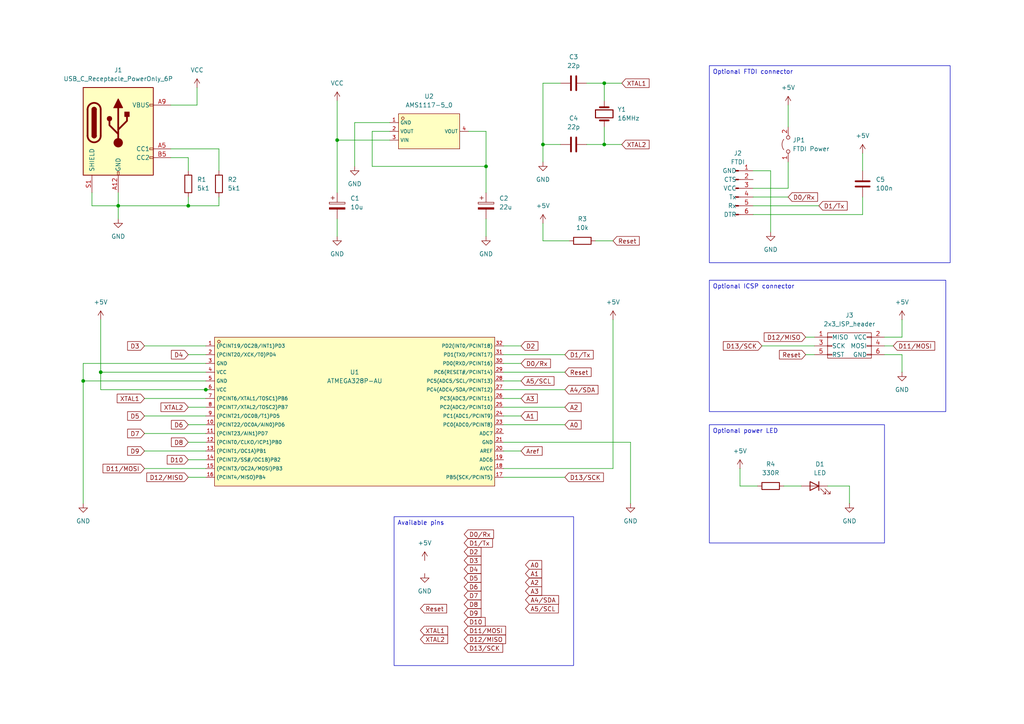
<source format=kicad_sch>
(kicad_sch (version 20231120) (generator "eeschema") (generator_version "8.0")
  (paper "A4")
  (lib_symbols
    (symbol "+5V_1" (power) (pin_numbers hide) (pin_names (offset 0) hide)
      (property "Value" "+5V" (at 0 3.556 0))
      (symbol "+5V_1_0_1"
        (polyline (pts (xy -0.762 1.27) (xy 0 2.54)))
        (polyline (pts (xy 0 0) (xy 0 2.54)))
        (polyline (pts (xy 0 2.54) (xy 0.762 1.27)))
      )
      (symbol "+5V_1_1_1"
        (pin power_in line (at 0 0 90) (length 0) (name "~") (number "1"))
      )
    )
    (symbol "+5V_2" (power) (pin_numbers hide) (pin_names (offset 0) hide)
      (property "Value" "+5V" (at 0 3.556 0))
      (symbol "+5V_2_0_1"
        (polyline (pts (xy -0.762 1.27) (xy 0 2.54)))
        (polyline (pts (xy 0 0) (xy 0 2.54)))
        (polyline (pts (xy 0 2.54) (xy 0.762 1.27)))
      )
      (symbol "+5V_2_1_1"
        (pin power_in line (at 0 0 90) (length 0) (name "~") (number "1"))
      )
    )
    (symbol "+5V_3" (power) (pin_numbers hide) (pin_names (offset 0) hide)
      (property "Value" "+5V" (at 0 3.556 0))
      (symbol "+5V_3_0_1"
        (polyline (pts (xy -0.762 1.27) (xy 0 2.54)))
        (polyline (pts (xy 0 0) (xy 0 2.54)))
        (polyline (pts (xy 0 2.54) (xy 0.762 1.27)))
      )
      (symbol "+5V_3_1_1"
        (pin power_in line (at 0 0 90) (length 0) (name "~") (number "1"))
      )
    )
    (symbol "Connector:USB_C_Receptacle_PowerOnly_6P" (pin_names (offset 1.016))
      (property "Reference" "J" (at 0 16.51 0))
      (property "Value" "USB_C_Receptacle_PowerOnly_6P" (at 0 13.97 0))
      (symbol "USB_C_Receptacle_PowerOnly_6P_0_0"
        (rectangle (start -0.254 -12.7) (end 0.254 -11.684))
        (rectangle (start 10.16 -7.366) (end 9.144 -7.874))
        (rectangle (start 10.16 -4.826) (end 9.144 -5.334))
        (rectangle (start 10.16 7.874) (end 9.144 7.366))
      )
      (symbol "USB_C_Receptacle_PowerOnly_6P_0_1"
        (rectangle (start -10.16 12.7) (end 10.16 -12.7) (stroke (width 0.254)) (fill (type background)))
        (arc (start -8.89 -1.27) (mid -6.985 -3.1667) (end -5.08 -1.27) (stroke (width 0.508)))
        (arc (start -7.62 -1.27) (mid -6.985 -1.9023) (end -6.35 -1.27) (stroke (width 0.254)))
        (arc (start -7.62 -1.27) (mid -6.985 -1.9023) (end -6.35 -1.27) (stroke (width 0.254)) (fill (type outline)))
        (rectangle (start -7.62 -1.27) (end -6.35 6.35) (stroke (width 0.254)) (fill (type outline)))
        (arc (start -6.35 6.35) (mid -6.985 6.9823) (end -7.62 6.35) (stroke (width 0.254)))
        (arc (start -6.35 6.35) (mid -6.985 6.9823) (end -7.62 6.35) (stroke (width 0.254)) (fill (type outline)))
        (arc (start -5.08 6.35) (mid -6.985 8.2467) (end -8.89 6.35) (stroke (width 0.508)))
        (circle (center -2.54 3.683) (radius 0.635) (stroke (width 0.254)) (fill (type outline)))
        (circle (center 0 -3.302) (radius 1.27) (fill (type outline)))
        (polyline (pts (xy -8.89 -1.27) (xy -8.89 6.35)) (stroke (width 0.508)))
        (polyline (pts (xy -5.08 6.35) (xy -5.08 -1.27)) (stroke (width 0.508)))
        (polyline (pts (xy 0 -3.302) (xy 0 6.858)) (stroke (width 0.508)))
        (polyline (pts (xy 0 -0.762) (xy -2.54 1.778) (xy -2.54 3.048)) (stroke (width 0.508)))
        (polyline (pts (xy 0 0.508) (xy 2.54 3.048) (xy 2.54 4.318)) (stroke (width 0.508)))
        (polyline (pts (xy -1.27 6.858) (xy 0 9.398) (xy 1.27 6.858) (xy -1.27 6.858)) (stroke (width 0.254)) (fill (type outline)))
        (rectangle (start 1.905 4.318) (end 3.175 5.588) (stroke (width 0.254)) (fill (type outline)))
      )
      (symbol "USB_C_Receptacle_PowerOnly_6P_1_1"
        (pin passive line (at 0 -17.78 90) (length 5.08) (name "GND") (number "A12"))
        (pin bidirectional line (at 15.24 -5.08 180) (length 5.08) (name "CC1") (number "A5"))
        (pin passive line (at 15.24 7.62 180) (length 5.08) (name "VBUS") (number "A9"))
        (pin passive line (at 0 -17.78 90) (length 5.08) hide (name "GND") (number "B12"))
        (pin bidirectional line (at 15.24 -7.62 180) (length 5.08) (name "CC2") (number "B5"))
        (pin passive line (at 15.24 7.62 180) (length 5.08) hide (name "VBUS") (number "B9"))
        (pin passive line (at -7.62 -17.78 90) (length 5.08) (name "SHIELD") (number "S1"))
      )
    )
    (symbol "Device:C" (pin_numbers hide) (pin_names (offset 0.254))
      (property "Reference" "C" (at 0.635 2.54 0))
      (property "Value" "C" (at 0.635 -2.54 0))
      (symbol "C_0_1"
        (polyline (pts (xy -2.032 -0.762) (xy 2.032 -0.762)) (stroke (width 0.508)))
        (polyline (pts (xy -2.032 0.762) (xy 2.032 0.762)) (stroke (width 0.508)))
      )
      (symbol "C_1_1"
        (pin passive line (at 0 3.81 270) (length 2.794) (name "~") (number "1"))
        (pin passive line (at 0 -3.81 90) (length 2.794) (name "~") (number "2"))
      )
    )
    (symbol "Device:C_Polarized" (pin_numbers hide) (pin_names (offset 0.254))
      (property "Reference" "C" (at 0.635 2.54 0))
      (property "Value" "C_Polarized" (at 0.635 -2.54 0))
      (symbol "C_Polarized_0_1"
        (rectangle (start -2.286 0.508) (end 2.286 1.016))
        (polyline (pts (xy -1.778 2.286) (xy -0.762 2.286)))
        (polyline (pts (xy -1.27 2.794) (xy -1.27 1.778)))
        (rectangle (start 2.286 -0.508) (end -2.286 -1.016) (fill (type outline)))
      )
      (symbol "C_Polarized_1_1"
        (pin passive line (at 0 3.81 270) (length 2.794) (name "~") (number "1"))
        (pin passive line (at 0 -3.81 90) (length 2.794) (name "~") (number "2"))
      )
    )
    (symbol "Device:Crystal" (pin_numbers hide) (pin_names (offset 1.016) hide)
      (property "Reference" "Y" (at 0 3.81 0))
      (property "Value" "Crystal" (at 0 -3.81 0))
      (symbol "Crystal_0_1"
        (rectangle (start -1.143 2.54) (end 1.143 -2.54) (stroke (width 0.3048)))
        (polyline (pts (xy -2.54 0) (xy -1.905 0)))
        (polyline (pts (xy -1.905 -1.27) (xy -1.905 1.27)) (stroke (width 0.508)))
        (polyline (pts (xy 1.905 -1.27) (xy 1.905 1.27)) (stroke (width 0.508)))
        (polyline (pts (xy 2.54 0) (xy 1.905 0)))
      )
      (symbol "Crystal_1_1"
        (pin passive line (at -3.81 0 0) (length 1.27) (name "1") (number "1"))
        (pin passive line (at 3.81 0 180) (length 1.27) (name "2") (number "2"))
      )
    )
    (symbol "Device:LED" (pin_numbers hide) (pin_names (offset 1.016) hide)
      (property "Reference" "D" (at 0 2.54 0))
      (property "Value" "LED" (at 0 -2.54 0))
      (symbol "LED_0_1"
        (polyline (pts (xy -1.27 -1.27) (xy -1.27 1.27)) (stroke (width 0.254)))
        (polyline (pts (xy -1.27 0) (xy 1.27 0)))
        (polyline (pts (xy 1.27 -1.27) (xy 1.27 1.27) (xy -1.27 0) (xy 1.27 -1.27)) (stroke (width 0.254)))
        (polyline (pts (xy -3.048 -0.762) (xy -4.572 -2.286) (xy -3.81 -2.286) (xy -4.572 -2.286) (xy -4.572 -1.524)))
        (polyline (pts (xy -1.778 -0.762) (xy -3.302 -2.286) (xy -2.54 -2.286) (xy -3.302 -2.286) (xy -3.302 -1.524)))
      )
      (symbol "LED_1_1"
        (pin passive line (at -3.81 0 0) (length 2.54) (name "K") (number "1"))
        (pin passive line (at 3.81 0 180) (length 2.54) (name "A") (number "2"))
      )
    )
    (symbol "Device:R" (pin_numbers hide) (pin_names (offset 0))
      (property "Reference" "R" (at 2.032 0 90))
      (property "Value" "R" (at 0 0 90))
      (symbol "R_0_1"
        (rectangle (start -1.016 -2.54) (end 1.016 2.54) (stroke (width 0.254)))
      )
      (symbol "R_1_1"
        (pin passive line (at 0 3.81 270) (length 1.27) (name "~") (number "1"))
        (pin passive line (at 0 -3.81 90) (length 1.27) (name "~") (number "2"))
      )
    )
    (symbol "GND_2" (power) (pin_numbers hide) (pin_names (offset 0) hide)
      (property "Value" "GND" (at 0 -3.81 0))
      (symbol "GND_2_0_1"
        (polyline (pts (xy 0 0) (xy 0 -1.27) (xy 1.27 -1.27) (xy 0 -2.54) (xy -1.27 -1.27) (xy 0 -1.27)))
      )
      (symbol "GND_2_1_1"
        (pin power_in line (at 0 0 270) (length 0) (name "~") (number "1"))
      )
    )
    (symbol "GND_3" (power) (pin_numbers hide) (pin_names (offset 0) hide)
      (property "Value" "GND" (at 0 -3.81 0))
      (symbol "GND_3_0_1"
        (polyline (pts (xy 0 0) (xy 0 -1.27) (xy 1.27 -1.27) (xy 0 -2.54) (xy -1.27 -1.27) (xy 0 -1.27)))
      )
      (symbol "GND_3_1_1"
        (pin power_in line (at 0 0 270) (length 0) (name "~") (number "1"))
      )
    )
    (symbol "GND_4" (power) (pin_numbers hide) (pin_names (offset 0) hide)
      (property "Value" "GND" (at 0 -3.81 0))
      (symbol "GND_4_0_1"
        (polyline (pts (xy 0 0) (xy 0 -1.27) (xy 1.27 -1.27) (xy 0 -2.54) (xy -1.27 -1.27) (xy 0 -1.27)))
      )
      (symbol "GND_4_1_1"
        (pin power_in line (at 0 0 270) (length 0) (name "~") (number "1"))
      )
    )
    (symbol "JLC2KiCad_Symbols:AMS1117-5_0"
      (property "Reference" "U" (at 3.81 3.81 0))
      (property "Value" "AMS1117-5_0" (at 11.43 -9.525 0))
      (symbol "AMS1117-5_0_0_0"
        (rectangle (start 2.54 2.54) (end 20.32 -7.62) (fill (type background)))
        (circle (center 3.81 1.27) (radius 0.381) (fill (type background)))
        (pin unspecified line (at 0 0 0) (length 2.54) (name "GND") (number "1"))
        (pin unspecified line (at 0 -2.54 0) (length 2.54) (name "VOUT") (number "2"))
        (pin unspecified line (at 0 -5.08 0) (length 2.54) (name "VIN") (number "3"))
        (pin unspecified line (at 22.86 -2.54 180) (length 2.54) (name "VOUT") (number "4"))
      )
    )
    (symbol "JLC2KiCad_Symbols:ATMEGA328P-AU"
      (property "Reference" "U" (at 4.445 4.445 0))
      (property "Value" "ATMEGA328P-AU" (at 43.18 -43.18 0))
      (symbol "ATMEGA328P-AU_0_0"
        (rectangle (start 2.54 2.54) (end 83.82 -40.64) (fill (type background)))
        (circle (center 3.81 1.27) (radius 0.381) (fill (type background)))
        (pin unspecified line (at 0 0 0) (length 2.54) (name "(PCINT19/OC2B/INT1)PD3") (number "1"))
        (pin unspecified line (at 0 -22.86 0) (length 2.54) (name "(PCINT22/OC0A/AIN0)PD6") (number "10"))
        (pin unspecified line (at 0 -25.4 0) (length 2.54) (name "(PCINT23/AIN1)PD7") (number "11"))
        (pin unspecified line (at 0 -27.94 0) (length 2.54) (name "(PCINT0/CLKO/ICP1)PB0") (number "12"))
        (pin unspecified line (at 0 -30.48 0) (length 2.54) (name "(PCINT1/OC1A)PB1") (number "13"))
        (pin unspecified line (at 0 -33.02 0) (length 2.54) (name "(PCINT2/SS#/OC1B)PB2") (number "14"))
        (pin unspecified line (at 0 -35.56 0) (length 2.54) (name "(PCINT3/OC2A/MOSI)PB3") (number "15"))
        (pin unspecified line (at 0 -38.1 0) (length 2.54) (name "(PCINT4/MISO)PB4") (number "16"))
        (pin unspecified line (at 86.36 -38.1 180) (length 2.54) (name "PB5(SCK/PCINT5)") (number "17"))
        (pin unspecified line (at 86.36 -35.56 180) (length 2.54) (name "AVCC") (number "18"))
        (pin unspecified line (at 86.36 -33.02 180) (length 2.54) (name "ADC6") (number "19"))
        (pin unspecified line (at 0 -2.54 0) (length 2.54) (name "(PCINT20/XCK/T0)PD4") (number "2"))
        (pin unspecified line (at 86.36 -30.48 180) (length 2.54) (name "AREF") (number "20"))
        (pin unspecified line (at 86.36 -27.94 180) (length 2.54) (name "GND") (number "21"))
        (pin unspecified line (at 86.36 -25.4 180) (length 2.54) (name "ADC7") (number "22"))
        (pin unspecified line (at 86.36 -22.86 180) (length 2.54) (name "PC0(ADC0/PCINT8)") (number "23"))
        (pin unspecified line (at 86.36 -20.32 180) (length 2.54) (name "PC1(ADC1/PCINT9)") (number "24"))
        (pin unspecified line (at 86.36 -17.78 180) (length 2.54) (name "PC2(ADC2/PCINT10)") (number "25"))
        (pin unspecified line (at 86.36 -15.24 180) (length 2.54) (name "PC3(ADC3/PCINT11)") (number "26"))
        (pin unspecified line (at 86.36 -12.7 180) (length 2.54) (name "PC4(ADC4/SDA/PCINT12)") (number "27"))
        (pin unspecified line (at 86.36 -10.16 180) (length 2.54) (name "PC5(ADC5/SCL/PCINT13)") (number "28"))
        (pin unspecified line (at 86.36 -7.62 180) (length 2.54) (name "PC6(RESET#/PCINT14)") (number "29"))
        (pin unspecified line (at 0 -5.08 0) (length 2.54) (name "GND") (number "3"))
        (pin unspecified line (at 86.36 -5.08 180) (length 2.54) (name "PD0(RXD/PCINT16)") (number "30"))
        (pin unspecified line (at 86.36 -2.54 180) (length 2.54) (name "PD1(TXD/PCINT17)") (number "31"))
        (pin unspecified line (at 86.36 0 180) (length 2.54) (name "PD2(INT0/PCINT18)") (number "32"))
        (pin unspecified line (at 0 -7.62 0) (length 2.54) (name "VCC") (number "4"))
        (pin unspecified line (at 0 -10.16 0) (length 2.54) (name "GND") (number "5"))
        (pin unspecified line (at 0 -12.7 0) (length 2.54) (name "VCC") (number "6"))
        (pin unspecified line (at 0 -15.24 0) (length 2.54) (name "(PCINT6/XTAL1/TOSC1)PB6") (number "7"))
        (pin unspecified line (at 0 -17.78 0) (length 2.54) (name "(PCINT7/XTAL2/TOSC2)PB7") (number "8"))
        (pin unspecified line (at 0 -20.32 0) (length 2.54) (name "(PCINT21/OC0B/T1)PD5") (number "9"))
      )
    )
    (symbol "Jumper:Jumper_2_Open" (pin_names (offset 0) hide)
      (property "Reference" "JP" (at 0 2.794 0))
      (property "Value" "Jumper_2_Open" (at 0 -2.286 0))
      (symbol "Jumper_2_Open_0_0"
        (circle (center -2.032 0) (radius 0.508))
        (circle (center 2.032 0) (radius 0.508))
      )
      (symbol "Jumper_2_Open_0_1"
        (arc (start 1.524 1.27) (mid 0 1.778) (end -1.524 1.27))
      )
      (symbol "Jumper_2_Open_1_1"
        (pin passive line (at -5.08 0 0) (length 2.54) (name "A") (number "1"))
        (pin passive line (at 5.08 0 180) (length 2.54) (name "B") (number "2"))
      )
    )
    (symbol "My_Headers:2x3_ISP_header" (pin_names (offset 1.27))
      (property "Reference" "J" (at 1.27 5.08 0))
      (property "Value" "2x3_ISP_header" (at 4.826 -4.826 0))
      (symbol "2x3_ISP_header_0_1"
        (rectangle (start -1.27 -3.556) (end 11.43 3.81))
      )
      (symbol "2x3_ISP_header_1_1"
        (rectangle (start -1.27 -2.413) (end 0 -2.667) (stroke (width 0.1524)))
        (rectangle (start -1.27 0.127) (end 0 -0.127) (stroke (width 0.1524)))
        (rectangle (start -1.27 2.667) (end 0 2.413) (stroke (width 0.1524)))
        (rectangle (start 11.43 -2.413) (end 10.16 -2.667) (stroke (width 0.1524)))
        (rectangle (start 11.43 0.127) (end 10.16 -0.127) (stroke (width 0.1524)))
        (rectangle (start 11.43 2.667) (end 10.16 2.413) (stroke (width 0.1524)))
        (pin passive line (at -5.08 2.54 0) (length 3.81) (name "MISO") (number "1"))
        (pin passive line (at 15.24 2.54 180) (length 3.81) (name "VCC") (number "2"))
        (pin passive line (at -5.08 0 0) (length 3.81) (name "SCK") (number "3"))
        (pin passive line (at 15.24 0 180) (length 3.81) (name "MOSI") (number "4"))
        (pin passive line (at -5.08 -2.54 0) (length 3.81) (name "RST") (number "5"))
        (pin passive line (at 15.24 -2.54 180) (length 3.81) (name "GND") (number "6"))
      )
    )
    (symbol "My_Headers:6-pin_FTDI_header" (pin_names (offset 1.016))
      (property "Reference" "J" (at 0 7.62 0))
      (property "Value" "6-pin_FTDI_header" (at 0 -10.16 0))
      (symbol "6-pin_FTDI_header_1_1"
        (polyline (pts (xy 1.27 -7.62) (xy 0.8636 -7.62)) (stroke (width 0.1524)))
        (polyline (pts (xy 1.27 -5.08) (xy 0.8636 -5.08)) (stroke (width 0.1524)))
        (polyline (pts (xy 1.27 -2.54) (xy 0.8636 -2.54)) (stroke (width 0.1524)))
        (polyline (pts (xy 1.27 0) (xy 0.8636 0)) (stroke (width 0.1524)))
        (polyline (pts (xy 1.27 2.54) (xy 0.8636 2.54)) (stroke (width 0.1524)))
        (polyline (pts (xy 1.27 5.08) (xy 0.8636 5.08)) (stroke (width 0.1524)))
        (rectangle (start 0.8636 -7.493) (end 0 -7.747) (stroke (width 0.1524)) (fill (type outline)))
        (rectangle (start 0.8636 -4.953) (end 0 -5.207) (stroke (width 0.1524)) (fill (type outline)))
        (rectangle (start 0.8636 -2.413) (end 0 -2.667) (stroke (width 0.1524)) (fill (type outline)))
        (rectangle (start 0.8636 0.127) (end 0 -0.127) (stroke (width 0.1524)) (fill (type outline)))
        (rectangle (start 0.8636 2.667) (end 0 2.413) (stroke (width 0.1524)) (fill (type outline)))
        (rectangle (start 0.8636 5.207) (end 0 4.953) (stroke (width 0.1524)) (fill (type outline)))
        (pin passive line (at 5.08 5.08 180) (length 3.81) (name "GND") (number "1"))
        (pin passive line (at 5.08 2.54 180) (length 3.81) (name "CTS") (number "2"))
        (pin passive line (at 5.08 0 180) (length 3.81) (name "VCC") (number "3"))
        (pin passive line (at 5.08 -2.54 180) (length 3.81) (name "Tx") (number "4"))
        (pin passive line (at 5.08 -5.08 180) (length 3.81) (name "Rx") (number "5"))
        (pin passive line (at 5.08 -7.62 180) (length 3.81) (name "DTR") (number "6"))
      )
    )
    (symbol "power:+5V" (power) (pin_names (offset 0))
      (property "Value" "+5V" (at 0 3.556 0))
      (symbol "+5V_0_1"
        (polyline (pts (xy -0.762 1.27) (xy 0 2.54)))
        (polyline (pts (xy 0 0) (xy 0 2.54)))
        (polyline (pts (xy 0 2.54) (xy 0.762 1.27)))
      )
      (symbol "+5V_1_1"
        (pin power_in line (at 0 0 90) (length 0) hide (name "+5V") (number "1"))
      )
    )
    (symbol "power:GND" (power) (pin_names (offset 0))
      (property "Value" "GND" (at 0 -3.81 0))
      (symbol "GND_0_1"
        (polyline (pts (xy 0 0) (xy 0 -1.27) (xy 1.27 -1.27) (xy 0 -2.54) (xy -1.27 -1.27) (xy 0 -1.27)))
      )
      (symbol "GND_1_1"
        (pin power_in line (at 0 0 270) (length 0) hide (name "GND") (number "1"))
      )
    )
    (symbol "power:VCC" (power) (pin_names (offset 0))
      (property "Value" "VCC" (at 0 3.81 0))
      (symbol "VCC_0_1"
        (polyline (pts (xy -0.762 1.27) (xy 0 2.54)))
        (polyline (pts (xy 0 0) (xy 0 2.54)))
        (polyline (pts (xy 0 2.54) (xy 0.762 1.27)))
      )
      (symbol "VCC_1_1"
        (pin power_in line (at 0 0 90) (length 0) hide (name "VCC") (number "1"))
      )
    )
  )
  (junction (at 140.97 48.26))
  (junction (at 34.29 59.69))
  (junction (at 157.48 41.91))
  (junction (at 175.26 24.13))
  (junction (at 29.21 107.95))
  (junction (at 24.13 110.49))
  (junction (at 54.61 59.69))
  (junction (at 175.26 41.91))
  (junction (at 97.79 40.64))
  (junction (at 59.69 113.03))
  (wire (pts (xy 59.69 102.87) (xy 54.61 102.87)))
  (wire (pts (xy 146.05 130.81) (xy 151.13 130.81)))
  (wire (pts (xy 59.69 113.03) (xy 29.21 113.03)))
  (wire (pts (xy 60.96 113.03) (xy 59.69 113.03)))
  (wire (pts (xy 107.95 48.26) (xy 140.97 48.26)))
  (wire (pts (xy 140.97 38.1) (xy 135.89 38.1)))
  (wire (pts (xy 59.69 135.89) (xy 41.91 135.89)))
  (wire (pts (xy 146.05 113.03) (xy 163.83 113.03)))
  (wire (pts (xy 140.97 48.26) (xy 140.97 55.88)))
  (wire (pts (xy 24.13 146.05) (xy 24.13 110.49)))
  (wire (pts (xy 157.48 41.91) (xy 162.56 41.91)))
  (wire (pts (xy 49.53 43.18) (xy 63.5 43.18)))
  (wire (pts (xy 175.26 24.13) (xy 170.18 24.13)))
  (wire (pts (xy 24.13 110.49) (xy 59.69 110.49)))
  (wire (pts (xy 97.79 40.64) (xy 97.79 29.21)))
  (wire (pts (xy 59.69 123.19) (xy 54.61 123.19)))
  (wire (pts (xy 29.21 107.95) (xy 29.21 92.71)))
  (wire (pts (xy 214.63 135.89) (xy 214.63 140.97)))
  (wire (pts (xy 146.05 107.95) (xy 163.83 107.95)))
  (wire (pts (xy 24.13 105.41) (xy 24.13 110.49)))
  (wire (pts (xy 26.67 55.88) (xy 26.67 59.69)))
  (wire (pts (xy 223.52 49.53) (xy 223.52 67.31)))
  (wire (pts (xy 63.5 43.18) (xy 63.5 49.53)))
  (wire (pts (xy 34.29 55.88) (xy 34.29 59.69)))
  (wire (pts (xy 146.05 123.19) (xy 163.83 123.19)))
  (wire (pts (xy 54.61 57.15) (xy 54.61 59.69)))
  (wire (pts (xy 59.69 133.35) (xy 54.61 133.35)))
  (wire (pts (xy 113.03 38.1) (xy 107.95 38.1)))
  (wire (pts (xy 57.15 30.48) (xy 57.15 25.4)))
  (wire (pts (xy 227.33 140.97) (xy 232.41 140.97)))
  (wire (pts (xy 219.71 140.97) (xy 214.63 140.97)))
  (wire (pts (xy 146.05 120.65) (xy 151.13 120.65)))
  (wire (pts (xy 250.19 57.15) (xy 250.19 62.23)))
  (wire (pts (xy 261.62 102.87) (xy 261.62 107.95)))
  (wire (pts (xy 261.62 97.79) (xy 261.62 92.71)))
  (wire (pts (xy 54.61 49.53) (xy 54.61 45.72)))
  (wire (pts (xy 113.03 40.64) (xy 97.79 40.64)))
  (wire (pts (xy 140.97 48.26) (xy 140.97 38.1)))
  (wire (pts (xy 157.48 24.13) (xy 157.48 41.91)))
  (wire (pts (xy 29.21 107.95) (xy 59.69 107.95)))
  (wire (pts (xy 175.26 36.83) (xy 175.26 41.91)))
  (wire (pts (xy 59.69 115.57) (xy 41.91 115.57)))
  (wire (pts (xy 256.54 97.79) (xy 261.62 97.79)))
  (wire (pts (xy 59.69 118.11) (xy 54.61 118.11)))
  (wire (pts (xy 97.79 63.5) (xy 97.79 68.58)))
  (wire (pts (xy 256.54 100.33) (xy 259.08 100.33)))
  (wire (pts (xy 250.19 62.23) (xy 218.44 62.23)))
  (wire (pts (xy 233.68 102.87) (xy 236.22 102.87)))
  (wire (pts (xy 175.26 41.91) (xy 170.18 41.91)))
  (wire (pts (xy 218.44 54.61) (xy 228.6 54.61)))
  (wire (pts (xy 146.05 115.57) (xy 151.13 115.57)))
  (wire (pts (xy 240.03 140.97) (xy 246.38 140.97)))
  (wire (pts (xy 49.53 30.48) (xy 57.15 30.48)))
  (wire (pts (xy 218.44 59.69) (xy 237.49 59.69)))
  (wire (pts (xy 97.79 40.64) (xy 97.79 55.88)))
  (wire (pts (xy 172.72 69.85) (xy 177.8 69.85)))
  (wire (pts (xy 146.05 135.89) (xy 177.8 135.89)))
  (wire (pts (xy 228.6 30.48) (xy 228.6 36.83)))
  (wire (pts (xy 146.05 105.41) (xy 151.13 105.41)))
  (wire (pts (xy 250.19 44.45) (xy 250.19 49.53)))
  (wire (pts (xy 228.6 46.99) (xy 228.6 54.61)))
  (wire (pts (xy 220.98 100.33) (xy 236.22 100.33)))
  (wire (pts (xy 157.48 69.85) (xy 157.48 64.77)))
  (wire (pts (xy 59.69 138.43) (xy 54.61 138.43)))
  (wire (pts (xy 256.54 102.87) (xy 261.62 102.87)))
  (wire (pts (xy 54.61 59.69) (xy 34.29 59.69)))
  (wire (pts (xy 182.88 146.05) (xy 182.88 128.27)))
  (wire (pts (xy 59.69 100.33) (xy 41.91 100.33)))
  (wire (pts (xy 165.1 69.85) (xy 157.48 69.85)))
  (wire (pts (xy 146.05 102.87) (xy 163.83 102.87)))
  (wire (pts (xy 175.26 24.13) (xy 180.34 24.13)))
  (wire (pts (xy 157.48 41.91) (xy 157.48 46.99)))
  (wire (pts (xy 59.69 128.27) (xy 54.61 128.27)))
  (wire (pts (xy 146.05 100.33) (xy 151.13 100.33)))
  (wire (pts (xy 146.05 118.11) (xy 163.83 118.11)))
  (wire (pts (xy 59.69 125.73) (xy 41.91 125.73)))
  (wire (pts (xy 59.69 105.41) (xy 24.13 105.41)))
  (wire (pts (xy 63.5 57.15) (xy 63.5 59.69)))
  (wire (pts (xy 162.56 24.13) (xy 157.48 24.13)))
  (wire (pts (xy 102.87 35.56) (xy 102.87 48.26)))
  (wire (pts (xy 175.26 29.21) (xy 175.26 24.13)))
  (wire (pts (xy 26.67 59.69) (xy 34.29 59.69)))
  (wire (pts (xy 246.38 140.97) (xy 246.38 146.05)))
  (wire (pts (xy 107.95 38.1) (xy 107.95 48.26)))
  (wire (pts (xy 140.97 63.5) (xy 140.97 68.58)))
  (wire (pts (xy 29.21 113.03) (xy 29.21 107.95)))
  (wire (pts (xy 177.8 92.71) (xy 177.8 135.89)))
  (wire (pts (xy 146.05 138.43) (xy 163.83 138.43)))
  (wire (pts (xy 233.68 97.79) (xy 236.22 97.79)))
  (wire (pts (xy 63.5 59.69) (xy 54.61 59.69)))
  (wire (pts (xy 54.61 45.72) (xy 49.53 45.72)))
  (wire (pts (xy 182.88 128.27) (xy 146.05 128.27)))
  (wire (pts (xy 175.26 41.91) (xy 180.34 41.91)))
  (wire (pts (xy 34.29 59.69) (xy 34.29 63.5)))
  (wire (pts (xy 146.05 110.49) (xy 151.13 110.49)))
  (wire (pts (xy 59.69 130.81) (xy 41.91 130.81)))
  (wire (pts (xy 218.44 49.53) (xy 223.52 49.53)))
  (wire (pts (xy 218.44 57.15) (xy 228.6 57.15)))
  (wire (pts (xy 113.03 35.56) (xy 102.87 35.56)))
  (wire (pts (xy 59.69 120.65) (xy 41.91 120.65)))
  (text_box "Optional ICSP connector" (at 205.74 81.28 0) (size 68.58 38.1) (effects (font (size 1.27 1.27)) (justify left top)))
  (text_box "Available pins" (at 114.3 149.86 0) (size 52.07 43.18) (effects (font (size 1.27 1.27)) (justify left top)))
  (text_box "Optional power LED" (at 205.74 123.19 0) (size 50.8 34.29) (effects (font (size 1.27 1.27)) (justify left top)))
  (text_box "Optional FTDI connector" (at 205.74 19.05 0) (size 69.85 57.15) (effects (font (size 1.27 1.27)) (justify left top)))
  (global_label "Aref" (shape input) (at 151.13 130.81 0) (property "Intersheetrefs" "${INTERSHEET_REFS}" (effects (hide yes))))
  (global_label "D9" (shape input) (at 41.91 130.81 180) (property "Intersheetrefs" "${INTERSHEET_REFS}" (effects (hide yes))))
  (global_label "D6" (shape input) (at 54.61 123.19 180) (property "Intersheetrefs" "${INTERSHEET_REFS}" (effects (hide yes))))
  (global_label "XTAL2" (shape input) (at 180.34 41.91 0) (property "Intersheetrefs" "${INTERSHEET_REFS}" (effects (hide yes))))
  (global_label "D7" (shape input) (at 41.91 125.73 180) (property "Intersheetrefs" "${INTERSHEET_REFS}" (effects (hide yes))))
  (global_label "D11{slash}MOSI" (shape input) (at 259.08 100.33 0) (property "Intersheetrefs" "${INTERSHEET_REFS}" (effects (hide yes))))
  (global_label "D13{slash}SCK" (shape input) (at 163.83 138.43 0) (property "Intersheetrefs" "${INTERSHEET_REFS}" (effects (hide yes))))
  (global_label "A0" (shape input) (at 163.83 123.19 0) (property "Intersheetrefs" "${INTERSHEET_REFS}" (effects (hide yes))))
  (global_label "Reset" (shape input) (at 177.8 69.85 0) (property "Intersheetrefs" "${INTERSHEET_REFS}" (effects (hide yes))))
  (global_label "A2" (shape input) (at 152.4 168.91 0) (property "Intersheetrefs" "${INTERSHEET_REFS}" (effects (hide yes))))
  (global_label "D8" (shape input) (at 54.61 128.27 180) (property "Intersheetrefs" "${INTERSHEET_REFS}" (effects (hide yes))))
  (global_label "D4" (shape input) (at 54.61 102.87 180) (property "Intersheetrefs" "${INTERSHEET_REFS}" (effects (hide yes))))
  (global_label "D8" (shape input) (at 134.62 175.26 0) (property "Intersheetrefs" "${INTERSHEET_REFS}" (effects (hide yes))))
  (global_label "A0" (shape input) (at 152.4 163.83 0) (property "Intersheetrefs" "${INTERSHEET_REFS}" (effects (hide yes))))
  (global_label "D0{slash}Rx" (shape input) (at 134.62 154.94 0) (property "Intersheetrefs" "${INTERSHEET_REFS}" (effects (hide yes))))
  (global_label "D11{slash}MOSI" (shape input) (at 134.62 182.88 0) (property "Intersheetrefs" "${INTERSHEET_REFS}" (effects (hide yes))))
  (global_label "XTAL1" (shape input) (at 121.92 182.88 0) (property "Intersheetrefs" "${INTERSHEET_REFS}" (effects (hide yes))))
  (global_label "A1" (shape input) (at 151.13 120.65 0) (property "Intersheetrefs" "${INTERSHEET_REFS}" (effects (hide yes))))
  (global_label "D13{slash}SCK" (shape input) (at 220.98 100.33 180) (property "Intersheetrefs" "${INTERSHEET_REFS}" (effects (hide yes))))
  (global_label "D12{slash}MISO" (shape input) (at 134.62 185.42 0) (property "Intersheetrefs" "${INTERSHEET_REFS}" (effects (hide yes))))
  (global_label "D2" (shape input) (at 134.62 160.02 0) (property "Intersheetrefs" "${INTERSHEET_REFS}" (effects (hide yes))))
  (global_label "XTAL2" (shape input) (at 54.61 118.11 180) (property "Intersheetrefs" "${INTERSHEET_REFS}" (effects (hide yes))))
  (global_label "D0{slash}Rx" (shape input) (at 228.6 57.15 0) (property "Intersheetrefs" "${INTERSHEET_REFS}" (effects (hide yes))))
  (global_label "XTAL1" (shape input) (at 180.34 24.13 0) (property "Intersheetrefs" "${INTERSHEET_REFS}" (effects (hide yes))))
  (global_label "D7" (shape input) (at 134.62 172.72 0) (property "Intersheetrefs" "${INTERSHEET_REFS}" (effects (hide yes))))
  (global_label "D5" (shape input) (at 41.91 120.65 180) (property "Intersheetrefs" "${INTERSHEET_REFS}" (effects (hide yes))))
  (global_label "A5{slash}SCL" (shape input) (at 151.13 110.49 0) (property "Intersheetrefs" "${INTERSHEET_REFS}" (effects (hide yes))))
  (global_label "A3" (shape input) (at 151.13 115.57 0) (property "Intersheetrefs" "${INTERSHEET_REFS}" (effects (hide yes))))
  (global_label "D13{slash}SCK" (shape input) (at 134.62 187.96 0) (property "Intersheetrefs" "${INTERSHEET_REFS}" (effects (hide yes))))
  (global_label "A1" (shape input) (at 152.4 166.37 0) (property "Intersheetrefs" "${INTERSHEET_REFS}" (effects (hide yes))))
  (global_label "D1{slash}Tx" (shape input) (at 237.49 59.69 0) (property "Intersheetrefs" "${INTERSHEET_REFS}" (effects (hide yes))))
  (global_label "D1{slash}Tx" (shape input) (at 163.83 102.87 0) (property "Intersheetrefs" "${INTERSHEET_REFS}" (effects (hide yes))))
  (global_label "A4{slash}SDA" (shape input) (at 163.83 113.03 0) (property "Intersheetrefs" "${INTERSHEET_REFS}" (effects (hide yes))))
  (global_label "A4{slash}SDA" (shape input) (at 152.4 173.99 0) (property "Intersheetrefs" "${INTERSHEET_REFS}" (effects (hide yes))))
  (global_label "D6" (shape input) (at 134.62 170.18 0) (property "Intersheetrefs" "${INTERSHEET_REFS}" (effects (hide yes))))
  (global_label "D12{slash}MISO" (shape input) (at 54.61 138.43 180) (property "Intersheetrefs" "${INTERSHEET_REFS}" (effects (hide yes))))
  (global_label "XTAL2" (shape input) (at 121.92 185.42 0) (property "Intersheetrefs" "${INTERSHEET_REFS}" (effects (hide yes))))
  (global_label "D4" (shape input) (at 134.62 165.1 0) (property "Intersheetrefs" "${INTERSHEET_REFS}" (effects (hide yes))))
  (global_label "D0{slash}Rx" (shape input) (at 151.13 105.41 0) (property "Intersheetrefs" "${INTERSHEET_REFS}" (effects (hide yes))))
  (global_label "D10" (shape input) (at 54.61 133.35 180) (property "Intersheetrefs" "${INTERSHEET_REFS}" (effects (hide yes))))
  (global_label "D3" (shape input) (at 134.62 162.56 0) (property "Intersheetrefs" "${INTERSHEET_REFS}" (effects (hide yes))))
  (global_label "D3" (shape input) (at 41.91 100.33 180) (property "Intersheetrefs" "${INTERSHEET_REFS}" (effects (hide yes))))
  (global_label "A2" (shape input) (at 163.83 118.11 0) (property "Intersheetrefs" "${INTERSHEET_REFS}" (effects (hide yes))))
  (global_label "D9" (shape input) (at 134.62 177.8 0) (property "Intersheetrefs" "${INTERSHEET_REFS}" (effects (hide yes))))
  (global_label "D1{slash}Tx" (shape input) (at 134.62 157.48 0) (property "Intersheetrefs" "${INTERSHEET_REFS}" (effects (hide yes))))
  (global_label "D11{slash}MOSI" (shape input) (at 41.91 135.89 180) (property "Intersheetrefs" "${INTERSHEET_REFS}" (effects (hide yes))))
  (global_label "XTAL1" (shape input) (at 41.91 115.57 180) (property "Intersheetrefs" "${INTERSHEET_REFS}" (effects (hide yes))))
  (global_label "Reset" (shape input) (at 233.68 102.87 180) (property "Intersheetrefs" "${INTERSHEET_REFS}" (effects (hide yes))))
  (global_label "A3" (shape input) (at 152.4 171.45 0) (property "Intersheetrefs" "${INTERSHEET_REFS}" (effects (hide yes))))
  (global_label "D10" (shape input) (at 134.62 180.34 0) (property "Intersheetrefs" "${INTERSHEET_REFS}" (effects (hide yes))))
  (global_label "D5" (shape input) (at 134.62 167.64 0) (property "Intersheetrefs" "${INTERSHEET_REFS}" (effects (hide yes))))
  (global_label "Reset" (shape input) (at 163.83 107.95 0) (property "Intersheetrefs" "${INTERSHEET_REFS}" (effects (hide yes))))
  (global_label "Reset" (shape input) (at 121.92 176.53 0) (property "Intersheetrefs" "${INTERSHEET_REFS}" (effects (hide yes))))
  (global_label "D2" (shape input) (at 151.13 100.33 0) (property "Intersheetrefs" "${INTERSHEET_REFS}" (effects (hide yes))))
  (global_label "A5{slash}SCL" (shape input) (at 152.4 176.53 0) (property "Intersheetrefs" "${INTERSHEET_REFS}" (effects (hide yes))))
  (global_label "D12{slash}MISO" (shape input) (at 233.68 97.79 180) (property "Intersheetrefs" "${INTERSHEET_REFS}" (effects (hide yes))))
  (symbol (lib_id "JLC2KiCad_Symbols:AMS1117-5_0") (at 113.03 35.56 0) (unit 1)
    (property "Reference" "U2" (at 124.46 27.94 0))
    (property "Value" "AMS1117-5_0" (at 124.46 30.48 0))
    (property "Footprint" "Package_TO_SOT_SMD:SOT-223" (effects (hide yes)))
    (property "Datasheet" "https://item.szlcsc.com/109711.html" (effects (hide yes)))
    (property "LCSC" "C6187" (effects (hide yes)))
  )
  (symbol (lib_id "Device:Crystal") (at 175.26 33.02 90) (unit 1)
    (property "Reference" "Y1" (at 179.07 31.7499 90) (effects (justify right)))
    (property "Value" "16MHz" (at 179.07 34.2899 90) (effects (justify right)))
    (property "Footprint" "Crystal:Crystal_SMD_HC49-SD" (effects (hide yes)))
  )
  (symbol (lib_id "power:+5V") (at 157.48 64.77 0) (unit 1)
    (property "Reference" "#PWR12" (effects (hide yes)))
    (property "Value" "+5V" (at 157.48 59.69 0))
  )
  (symbol (lib_name "GND_4") (lib_id "power:GND") (at 261.62 107.95 0) (unit 1)
    (property "Reference" "#PWR21" (effects (hide yes)))
    (property "Value" "GND" (at 261.62 113.03 0))
    (property "Description" "Power symbol creates a global label with name \"GND\" , ground" (effects (hide yes)))
  )
  (symbol (lib_id "power:GND") (at 157.48 46.99 0) (unit 1)
    (property "Reference" "#PWR11" (effects (hide yes)))
    (property "Value" "GND" (at 157.48 52.07 0))
  )
  (symbol (lib_name "+5V_3") (lib_id "power:+5V") (at 261.62 92.71 0) (unit 1)
    (property "Reference" "#PWR20" (effects (hide yes)))
    (property "Value" "+5V" (at 261.62 87.63 0))
    (property "Description" "Power symbol creates a global label with name \"+5V\"" (effects (hide yes)))
  )
  (symbol (lib_id "Device:C") (at 166.37 24.13 90) (unit 1)
    (property "Reference" "C3" (at 166.37 16.51 90))
    (property "Value" "22p" (at 166.37 19.05 90))
    (property "Footprint" "Capacitor_SMD:C_1206_3216Metric_Pad1.33x1.80mm_HandSolder" (effects (hide yes)))
  )
  (symbol (lib_id "power:VCC") (at 57.15 25.4 0) (unit 1)
    (property "Reference" "#PWR4" (effects (hide yes)))
    (property "Value" "VCC" (at 57.15 20.32 0))
  )
  (symbol (lib_id "power:GND") (at 34.29 63.5 0) (unit 1)
    (property "Reference" "#PWR3" (effects (hide yes)))
    (property "Value" "GND" (at 34.29 68.58 0))
  )
  (symbol (lib_name "+5V_1") (lib_id "power:+5V") (at 214.63 135.89 0) (unit 1)
    (property "Reference" "#PWR15" (effects (hide yes)))
    (property "Value" "+5V" (at 214.63 130.81 0))
    (property "Description" "Power symbol creates a global label with name \"+5V\"" (effects (hide yes)))
  )
  (symbol (lib_id "power:GND") (at 182.88 146.05 0) (unit 1)
    (property "Reference" "#PWR14" (effects (hide yes)))
    (property "Value" "GND" (at 182.88 151.13 0))
  )
  (symbol (lib_id "Connector:USB_C_Receptacle_PowerOnly_6P") (at 34.29 38.1 0) (unit 1)
    (property "Reference" "J1" (at 34.29 20.32 0))
    (property "Value" "USB_C_Receptacle_PowerOnly_6P" (at 34.29 22.86 0))
    (property "Footprint" "Connector_USB:USB_C_Receptacle_GCT_USB4135-GF-A_6P_TopMnt_Horizontal" (effects (hide yes)))
    (property "Datasheet" "https://www.usb.org/sites/default/files/documents/usb_type-c.zip" (effects (hide yes)))
    (property "Description" "USB Power-Only 6P Type-C Receptacle connector" (effects (hide yes)))
  )
  (symbol (lib_id "power:+5V") (at 177.8 92.71 0) (unit 1)
    (property "Reference" "#PWR13" (effects (hide yes)))
    (property "Value" "+5V" (at 177.8 87.63 0))
  )
  (symbol (lib_id "My_Headers:2x3_ISP_header") (at 241.3 100.33 0) (unit 1)
    (property "Reference" "J3" (at 246.38 91.44 0))
    (property "Value" "2x3_ISP_header" (at 246.38 93.98 0))
    (property "Footprint" "Connector_PinHeader_2.54mm:PinHeader_2x03_P2.54mm_Vertical_SMD" (effects (hide yes)))
    (property "Description" "Generic connector, double row, 02x03, odd/even pin numbering scheme (row 1 odd numbers, row 2 even numbers), script generated (kicad-library-utils/schlib/autogen/connector/)" (effects (hide yes)))
  )
  (symbol (lib_id "Device:LED") (at 236.22 140.97 0) (mirror y) (unit 1)
    (property "Reference" "D1" (at 237.8075 134.62 0))
    (property "Value" "LED" (at 237.8075 137.16 0))
    (property "Footprint" "LED_SMD:LED_1206_3216Metric_Pad1.42x1.75mm_HandSolder" (effects (hide yes)))
    (property "Description" "Light emitting diode" (effects (hide yes)))
  )
  (symbol (lib_id "Device:C_Polarized") (at 140.97 59.69 0) (unit 1)
    (property "Reference" "C2" (at 144.78 57.5309 0) (effects (justify left)))
    (property "Value" "22u" (at 144.78 60.0709 0) (effects (justify left)))
    (property "Footprint" "Capacitor_SMD:CP_Elec_4x5.3" (effects (hide yes)))
    (property "Description" "Polarized capacitor" (effects (hide yes)))
  )
  (symbol (lib_id "power:VCC") (at 97.79 29.21 0) (unit 1)
    (property "Reference" "#PWR5" (effects (hide yes)))
    (property "Value" "VCC" (at 97.79 24.13 0))
  )
  (symbol (lib_id "power:+5V") (at 228.6 30.48 0) (unit 1)
    (property "Reference" "#PWR17" (effects (hide yes)))
    (property "Value" "+5V" (at 228.6 25.4 0))
  )
  (symbol (lib_name "GND_2") (lib_id "power:GND") (at 246.38 146.05 0) (unit 1)
    (property "Reference" "#PWR18" (effects (hide yes)))
    (property "Value" "GND" (at 246.38 151.13 0))
    (property "Description" "Power symbol creates a global label with name \"GND\" , ground" (effects (hide yes)))
  )
  (symbol (lib_id "Device:R") (at 168.91 69.85 90) (unit 1)
    (property "Reference" "R3" (at 168.91 63.5 90))
    (property "Value" "10k" (at 168.91 66.04 90))
    (property "Footprint" "Resistor_SMD:R_1206_3216Metric_Pad1.30x1.75mm_HandSolder" (effects (hide yes)))
    (property "Description" "Resistor" (effects (hide yes)))
  )
  (symbol (lib_id "power:GND") (at 97.79 68.58 0) (unit 1)
    (property "Reference" "#PWR6" (effects (hide yes)))
    (property "Value" "GND" (at 97.79 73.66 0))
  )
  (symbol (lib_id "power:+5V") (at 29.21 92.71 0) (unit 1)
    (property "Reference" "#PWR2" (effects (hide yes)))
    (property "Value" "+5V" (at 29.21 87.63 0))
  )
  (symbol (lib_id "power:GND") (at 223.52 67.31 0) (unit 1)
    (property "Reference" "#PWR16" (effects (hide yes)))
    (property "Value" "GND" (at 223.52 72.39 0))
  )
  (symbol (lib_id "power:+5V") (at 250.19 44.45 0) (unit 1)
    (property "Reference" "#PWR19" (effects (hide yes)))
    (property "Value" "+5V" (at 250.19 39.37 0))
  )
  (symbol (lib_id "Device:C") (at 250.19 53.34 0) (unit 1)
    (property "Reference" "C5" (at 254 52.0699 0) (effects (justify left)))
    (property "Value" "100n" (at 254 54.6099 0) (effects (justify left)))
    (property "Footprint" "Capacitor_SMD:C_1206_3216Metric_Pad1.33x1.80mm_HandSolder" (effects (hide yes)))
    (property "Description" "Unpolarized capacitor" (effects (hide yes)))
  )
  (symbol (lib_name "GND_3") (lib_id "power:GND") (at 123.19 166.37 0) (unit 1)
    (property "Reference" "#PWR9" (effects (hide yes)))
    (property "Value" "GND" (at 123.19 171.45 0))
    (property "Description" "Power symbol creates a global label with name \"GND\" , ground" (effects (hide yes)))
  )
  (symbol (lib_name "+5V_2") (lib_id "power:+5V") (at 123.19 162.56 0) (unit 1)
    (property "Reference" "#PWR8" (effects (hide yes)))
    (property "Value" "+5V" (at 123.19 157.48 0))
    (property "Description" "Power symbol creates a global label with name \"+5V\"" (effects (hide yes)))
  )
  (symbol (lib_id "power:GND") (at 24.13 146.05 0) (unit 1)
    (property "Reference" "#PWR1" (effects (hide yes)))
    (property "Value" "GND" (at 24.13 151.13 0))
  )
  (symbol (lib_id "power:GND") (at 140.97 68.58 0) (unit 1)
    (property "Reference" "#PWR10" (effects (hide yes)))
    (property "Value" "GND" (at 140.97 73.66 0))
  )
  (symbol (lib_id "JLC2KiCad_Symbols:ATMEGA328P-AU") (at 59.69 100.33 0) (unit 1)
    (property "Reference" "U1" (at 102.87 107.95 0))
    (property "Value" "ATMEGA328P-AU" (at 102.87 110.49 0))
    (property "Footprint" "Package_QFP:TQFP-32_7x7mm_P0.8mm" (effects (hide yes)))
    (property "Datasheet" "https://item.szlcsc.com/15549.html" (effects (hide yes)))
    (property "LCSC" "C14877" (effects (hide yes)))
  )
  (symbol (lib_id "Device:R") (at 223.52 140.97 90) (unit 1)
    (property "Reference" "R4" (at 223.52 134.62 90))
    (property "Value" "330R" (at 223.52 137.16 90))
    (property "Footprint" "Resistor_SMD:R_1206_3216Metric_Pad1.30x1.75mm_HandSolder" (effects (hide yes)))
    (property "Description" "Resistor" (effects (hide yes)))
  )
  (symbol (lib_id "My_Headers:6-pin_FTDI_header") (at 213.36 54.61 0) (unit 1)
    (property "Reference" "J2" (at 213.995 44.45 0))
    (property "Value" "FTDI" (at 213.995 46.99 0))
    (property "Footprint" "Connector_PinHeader_2.54mm:PinHeader_1x06_P2.54mm_Vertical_SMD_Pin1Left" (effects (hide yes)))
  )
  (symbol (lib_id "Device:C_Polarized") (at 97.79 59.69 0) (unit 1)
    (property "Reference" "C1" (at 101.6 57.5309 0) (effects (justify left)))
    (property "Value" "10u" (at 101.6 60.0709 0) (effects (justify left)))
    (property "Footprint" "Capacitor_SMD:CP_Elec_5x5.4" (effects (hide yes)))
    (property "Description" "Polarized capacitor" (effects (hide yes)))
  )
  (symbol (lib_id "Device:R") (at 63.5 53.34 0) (unit 1)
    (property "Reference" "R2" (at 66.04 52.0699 0) (effects (justify left)))
    (property "Value" "5k1" (at 66.04 54.6099 0) (effects (justify left)))
    (property "Footprint" "Resistor_SMD:R_1206_3216Metric_Pad1.30x1.75mm_HandSolder" (effects (hide yes)))
    (property "Description" "Resistor" (effects (hide yes)))
  )
  (symbol (lib_id "Jumper:Jumper_2_Open") (at 228.6 41.91 90) (unit 1)
    (property "Reference" "JP1" (at 229.87 40.6399 90) (effects (justify right)))
    (property "Value" "FTDI Power" (at 229.87 43.1799 90) (effects (justify right)))
    (property "Footprint" "Button_Switch_SMD:SW_DIP_SPSTx01_Slide_6.7x4.1mm_W6.73mm_P2.54mm_LowProfile_JPin" (effects (hide yes)))
  )
  (symbol (lib_id "Device:C") (at 166.37 41.91 90) (unit 1)
    (property "Reference" "C4" (at 166.37 34.29 90))
    (property "Value" "22p" (at 166.37 36.83 90))
    (property "Footprint" "Capacitor_SMD:C_1206_3216Metric_Pad1.33x1.80mm_HandSolder" (effects (hide yes)))
  )
  (symbol (lib_id "power:GND") (at 102.87 48.26 0) (unit 1)
    (property "Reference" "#PWR7" (effects (hide yes)))
    (property "Value" "GND" (at 102.87 53.34 0))
  )
  (symbol (lib_id "Device:R") (at 54.61 53.34 0) (unit 1)
    (property "Reference" "R1" (at 57.15 52.0699 0) (effects (justify left)))
    (property "Value" "5k1" (at 57.15 54.6099 0) (effects (justify left)))
    (property "Footprint" "Resistor_SMD:R_1206_3216Metric_Pad1.30x1.75mm_HandSolder" (effects (hide yes)))
    (property "Description" "Resistor" (effects (hide yes)))
  )
)
</source>
